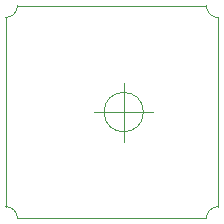
<source format=gbr>
G04 #@! TF.GenerationSoftware,KiCad,Pcbnew,(5.1.2)-2*
G04 #@! TF.CreationDate,2019-07-22T07:28:34+02:00*
G04 #@! TF.ProjectId,DiscreteOperationalAmplifier,44697363-7265-4746-954f-706572617469,rev?*
G04 #@! TF.SameCoordinates,Original*
G04 #@! TF.FileFunction,Profile,NP*
%FSLAX46Y46*%
G04 Gerber Fmt 4.6, Leading zero omitted, Abs format (unit mm)*
G04 Created by KiCad (PCBNEW (5.1.2)-2) date 2019-07-22 07:28:34*
%MOMM*%
%LPD*%
G04 APERTURE LIST*
%ADD10C,0.050000*%
G04 APERTURE END LIST*
D10*
X98666666Y-48000000D02*
G75*
G03X98666666Y-48000000I-1666666J0D01*
G01*
X94500000Y-48000000D02*
X99500000Y-48000000D01*
X97000000Y-45500000D02*
X97000000Y-50500000D01*
X104000000Y-57000000D02*
G75*
G02X105000000Y-56000000I1000000J0D01*
G01*
X87000000Y-56000000D02*
G75*
G02X88000000Y-57000000I0J-1000000D01*
G01*
X88000000Y-39000000D02*
G75*
G02X87000000Y-40000000I-1000000J0D01*
G01*
X105000000Y-40000000D02*
G75*
G02X104000000Y-39000000I0J1000000D01*
G01*
X104000000Y-39000000D02*
X88000000Y-39000000D01*
X105000000Y-56000000D02*
X105000000Y-40000000D01*
X88000000Y-57000000D02*
X104000000Y-57000000D01*
X87000000Y-40000000D02*
X87000000Y-56000000D01*
M02*

</source>
